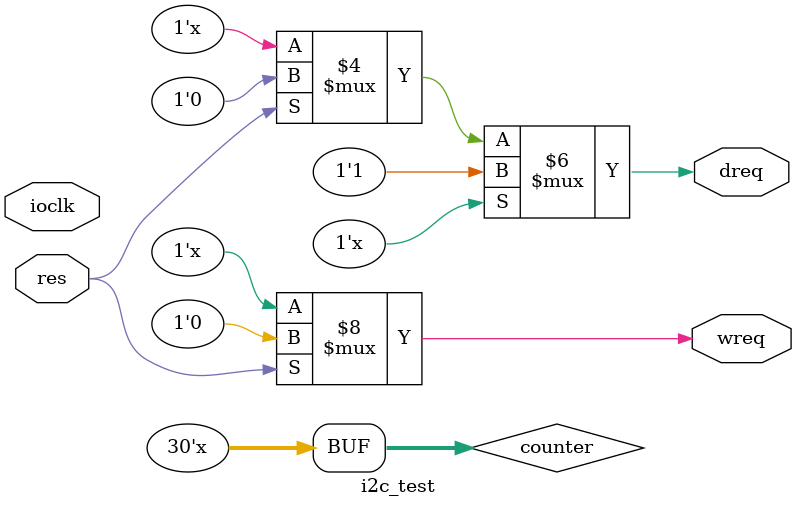
<source format=v>
module i2c_test (
	input res,
	input ioclk,
	output reg wreq,
	output reg dreq);
reg [29:0] counter;
always @(ioclk) begin
	if (res) begin
		wreq <= 0;
		dreq <= 0;
		counter <= 0;
	end
	counter <= counter + 1'b1;
	if (counter == 30'h100_0000) begin
		dreq <= 1;
	end
end
endmodule
</source>
